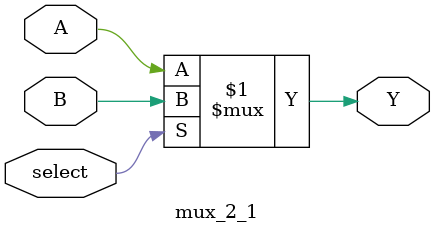
<source format=v>

module mux_2_1(
    output              Y,

    input               A, B,
    input               select
);

assign Y = select ? B : A;

endmodule
</source>
